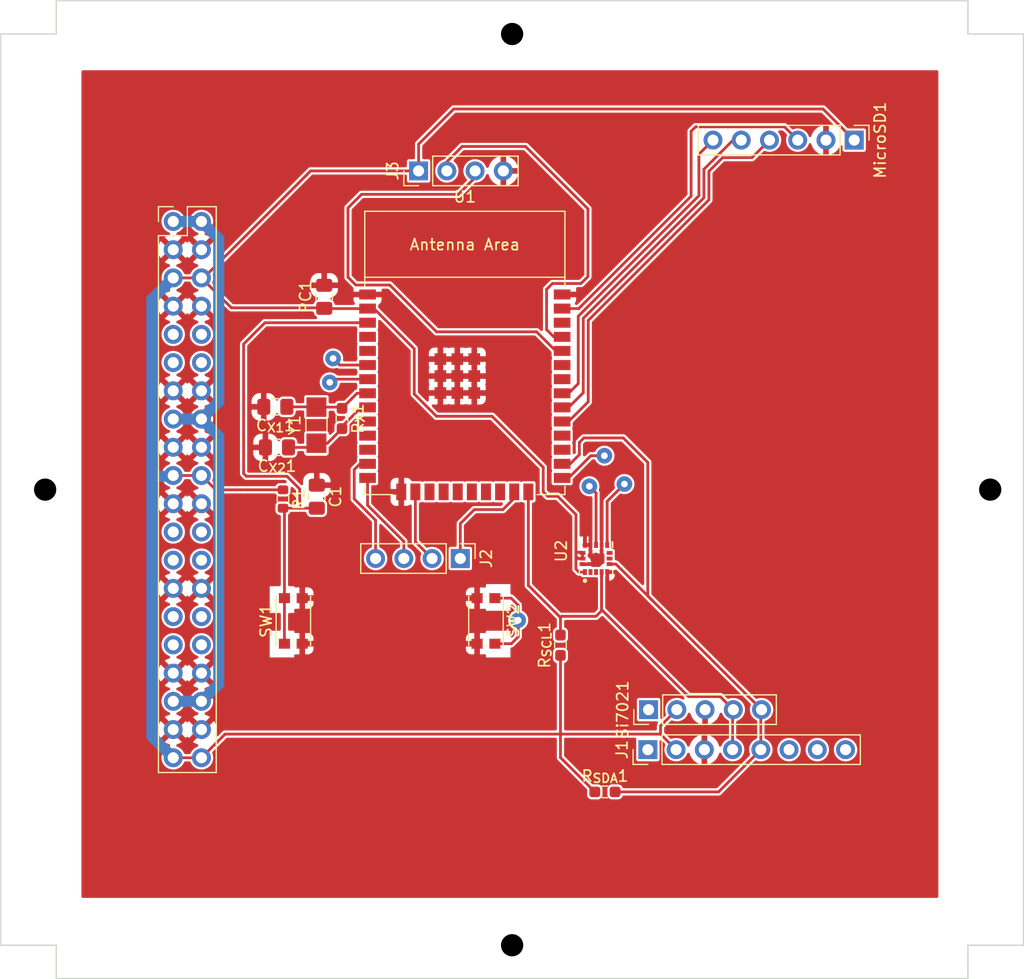
<source format=kicad_pcb>
(kicad_pcb (version 20211014) (generator pcbnew)
  (layers (0 "F.Cu" signal) (31 "B.Cu" signal) (34 "B.Paste" user) (35 "F.Paste" user) (36 "B.SilkS" user "B.Silkscreen") (37 "F.SilkS" user "F.Silkscreen") (38 "B.Mask" user) (39 "F.Mask" user) (44 "Edge.Cuts" user))
  (net 0 "")
  (net 1 "GND")
  (net 2 "Net-(C1-Pad2)")
  (net 3 "/GY-91/5V")
  (net 4 "+3V3")
  (net 5 "/IO2")
  (net 6 "/IO4")
  (net 7 "/GY-91/SDO")
  (net 8 "/GY-91/NCS")
  (net 9 "/GY-91/CSB")
  (net 10 "/IO15")
  (net 11 "/IO13")
  (net 12 "/IO12")
  (net 13 "/IO14")
  (net 14 "/IO1")
  (net 15 "/IO3")
  (net 16 "/Temp & Humidity Si7021/5V")
  (net 17 "/IO0")
  (net 18 "/IO27")
  (net 19 "/IO26")
  (net 20 "/IO25")
  (net 21 "/IO33")
  (net 22 "/I35")
  (net 23 "/I34")
  (net 24 "/I39")
  (net 25 "/I36")
  (net 32 "/IO16")
  (net 33 "/IO17")
  (net 34 "/IO5")
  (net 35 "/IO18")
  (net 36 "/IO19")
  (net 38 "/IO21")
  (net 39 "/IO22")
  (net 40 "/IO23")
  (net 45 "+5V")
  (net 58 "/IO32")
  (footprint "Connector_PinHeader_2.54mm:PinHeader_1x06_P2.54mm_Vertical" (layer "F.Cu") (at 178.97 49.35 -90)
    (fp_text reference "MicroSD1" (at 0 -2.33 -270) (layer "F.SilkS"))
    (fp_text value "Conn_01x06")
    (fp_line (start -1.33 1.27) (end -1.33 14.03) (layer "F.SilkS") (width 0.12))
    (fp_line (start -1.33 14.03) (end 1.33 14.03) (layer "F.SilkS") (width 0.12))
    (fp_line (start 1.33 1.27) (end 1.33 14.03) (layer "F.SilkS") (width 0.12))
    (fp_line (start -1.33 1.27) (end 1.33 1.27) (layer "F.SilkS") (width 0.12))
    (fp_line (start -1.33 0) (end -1.33 -1.33) (layer "F.SilkS") (width 0.12))
    (fp_line (start -1.33 -1.33) (end 0 -1.33) (layer "F.SilkS") (width 0.12))
    (pad "1" thru_hole rect (at 0 0 270) (size 1.7 1.7) (drill 1) (layers *.Cu *.Mask) (net 4 "+3V3"))
    (pad "2" thru_hole oval (at 0 2.54 270) (size 1.7 1.7) (drill 1) (layers *.Cu *.Mask) (net 1 "GND"))
    (pad "3" thru_hole oval (at 0 5.08 270) (size 1.7 1.7) (drill 1) (layers *.Cu *.Mask) (net 40 "/IO23"))
    (pad "4" thru_hole oval (at 0 7.62 270) (size 1.7 1.7) (drill 1) (layers *.Cu *.Mask) (net 34 "/IO5"))
    (pad "5" thru_hole oval (at 0 10.16 270) (size 1.7 1.7) (drill 1) (layers *.Cu *.Mask) (net 35 "/IO18"))
    (pad "6" thru_hole oval (at 0 12.7 270) (size 1.7 1.7) (drill 1) (layers *.Cu *.Mask) (net 36 "/IO19"))
  )
  (footprint "Capacitor_SMD:C_0805_2012Metric_Pad1.18x1.45mm_HandSolder" (layer "F.Cu") (at 127.05 77 180)
    (fp_text reference "C_{X2}1" (at 0 -1.68) (layer "F.SilkS"))
    (fp_text value "25pF")
    (fp_line (start -0.261252 0.735) (end 0.261252 0.735) (layer "F.SilkS") (width 0.12))
    (fp_line (start -0.261252 -0.735) (end 0.261252 -0.735) (layer "F.SilkS") (width 0.12))
    (pad "1" smd roundrect (at -1.0375 0 180) (size 1.175 1.45) (layers "F.Cu" "F.Paste" "F.Mask") (roundrect_rratio 0.2127659574) (net 21 "/IO33"))
    (pad "2" smd roundrect (at 1.0375 0 180) (size 1.175 1.45) (layers "F.Cu" "F.Paste" "F.Mask") (roundrect_rratio 0.2127659574) (net 1 "GND"))
  )
  (footprint "Button_Switch_SMD:SW_Push_1P1T_NO_CK_KMR2" (layer "F.Cu") (at 145.85 92.615 -90)
    (fp_text reference "SW2" (at 0 -2.45 -90) (layer "F.SilkS"))
    (fp_text value "SW_Push")
    (fp_line (start -2.2 0.05) (end -2.2 -0.05) (layer "F.SilkS") (width 0.12))
    (fp_line (start -2.2 1.55) (end 2.2 1.55) (layer "F.SilkS") (width 0.12))
    (fp_line (start 2.2 -1.55) (end -2.2 -1.55) (layer "F.SilkS") (width 0.12))
    (fp_line (start 2.2 0.05) (end 2.2 -0.05) (layer "F.SilkS") (width 0.12))
    (pad "1" smd rect (at 2.05 -0.8 270) (size 0.9 1) (layers "F.Cu" "F.Paste" "F.Mask") (net 17 "/IO0"))
    (pad "1" smd rect (at -2.05 -0.8 270) (size 0.9 1) (layers "F.Cu" "F.Paste" "F.Mask") (net 17 "/IO0"))
    (pad "2" smd rect (at 2.05 0.8 270) (size 0.9 1) (layers "F.Cu" "F.Paste" "F.Mask") (net 1 "GND"))
    (pad "2" smd rect (at -2.05 0.8 270) (size 0.9 1) (layers "F.Cu" "F.Paste" "F.Mask") (net 1 "GND"))
  )
  (footprint "Connector_PinHeader_2.54mm:PinHeader_1x04_P2.54mm_Vertical" (layer "F.Cu") (at 143.54 87 -90)
    (fp_text reference "J2" (at 0 -2.33 90) (layer "F.SilkS"))
    (fp_text value "JTAG")
    (fp_line (start 1.33 1.27) (end 1.33 8.95) (layer "F.SilkS") (width 0.12))
    (fp_line (start -1.33 1.27) (end -1.33 8.95) (layer "F.SilkS") (width 0.12))
    (fp_line (start -1.33 8.95) (end 1.33 8.95) (layer "F.SilkS") (width 0.12))
    (fp_line (start -1.33 -1.33) (end 0 -1.33) (layer "F.SilkS") (width 0.12))
    (fp_line (start -1.33 0) (end -1.33 -1.33) (layer "F.SilkS") (width 0.12))
    (fp_line (start -1.33 1.27) (end 1.33 1.27) (layer "F.SilkS") (width 0.12))
    (pad "1" thru_hole rect (at 0 0 270) (size 1.7 1.7) (drill 1) (layers *.Cu *.Mask) (net 10 "/IO15"))
    (pad "2" thru_hole oval (at 0 2.54 270) (size 1.7 1.7) (drill 1) (layers *.Cu *.Mask) (net 11 "/IO13"))
    (pad "3" thru_hole oval (at 0 5.08 270) (size 1.7 1.7) (drill 1) (layers *.Cu *.Mask) (net 12 "/IO12"))
    (pad "4" thru_hole oval (at 0 7.62 270) (size 1.7 1.7) (drill 1) (layers *.Cu *.Mask) (net 13 "/IO14"))
  )
  (footprint "Resistor_SMD:R_0603_1608Metric" (layer "F.Cu") (at 127.5925 81.645 -90)
    (fp_text reference "R1" (at 0 -1.43 90) (layer "F.SilkS"))
    (fp_text value "10K")
    (fp_line (start -0.237258 -0.5225) (end 0.237258 -0.5225) (layer "F.SilkS") (width 0.12))
    (fp_line (start -0.237258 0.5225) (end 0.237258 0.5225) (layer "F.SilkS") (width 0.12))
    (pad "1" smd roundrect (at -0.825 0 270) (size 0.8 0.95) (layers "F.Cu" "F.Paste" "F.Mask") (net 4 "+3V3"))
    (pad "2" smd roundrect (at 0.825 0 270) (size 0.8 0.95) (layers "F.Cu" "F.Paste" "F.Mask") (net 2 "Net-(C1-Pad2)"))
  )
  (footprint "Espressif:ESP32-WROOM-32E" (layer "F.Cu") (at 143.95 70.25)
    (fp_text reference "U1" (at 0 -15.8) (layer "F.SilkS"))
    (fp_text value "ESP32-WROOM-E")
    (fp_text user "Antenna Area" (at 0 -11.5) (layer "F.SilkS"))
    (fp_line (start 9 10.25) (end 9 11) (layer "F.SilkS") (width 0.12))
    (fp_line (start 9 11) (end 8.25 11) (layer "F.SilkS") (width 0.12))
    (fp_line (start -9 10.25) (end -9 11) (layer "F.SilkS") (width 0.12))
    (fp_line (start 9 -14.5) (end 9 -7.75) (layer "F.SilkS") (width 0.12))
    (fp_line (start 9 -8.56) (end -9 -8.56) (layer "F.SilkS") (width 0.12))
    (fp_line (start 8.25 11) (end 6.5 11) (layer "F.SilkS") (width 0.12))
    (fp_line (start -9 -14.5) (end 9 -14.5) (layer "F.SilkS") (width 0.12))
    (fp_line (start -9 -14.5) (end -9 -7.75) (layer "F.SilkS") (width 0.12))
    (fp_line (start -8.25 11) (end -6.5 11) (layer "F.SilkS") (width 0.12))
    (fp_line (start -9 11) (end -8.25 11) (layer "F.SilkS") (width 0.12))
    (pad "1" smd rect locked (at -8.75 -7.01) (size 1.5 0.9) (layers "F.Cu" "F.Paste" "F.Mask") (net 1 "GND"))
    (pad "2" smd rect locked (at -8.75 -5.74) (size 1.5 0.9) (layers "F.Cu" "F.Paste" "F.Mask") (net 4 "+3V3"))
    (pad "3" smd rect locked (at -8.75 -4.47) (size 1.5 0.9) (layers "F.Cu" "F.Paste" "F.Mask") (net 2 "Net-(C1-Pad2)"))
    (pad "4" smd rect locked (at -8.75 -3.2) (size 1.5 0.9) (layers "F.Cu" "F.Paste" "F.Mask") (net 25 "/I36"))
    (pad "5" smd rect locked (at -8.75 -1.93) (size 1.5 0.9) (layers "F.Cu" "F.Paste" "F.Mask") (net 24 "/I39"))
    (pad "6" smd rect locked (at -8.75 -0.66) (size 1.5 0.9) (layers "F.Cu" "F.Paste" "F.Mask") (net 23 "/I34"))
    (pad "7" smd rect locked (at -8.75 0.61) (size 1.5 0.9) (layers "F.Cu" "F.Paste" "F.Mask") (net 22 "/I35"))
    (pad "8" smd rect locked (at -8.75 1.88) (size 1.5 0.9) (layers "F.Cu" "F.Paste" "F.Mask") (net 58 "/IO32"))
    (pad "9" smd rect locked (at -8.75 3.15) (size 1.5 0.9) (layers "F.Cu" "F.Paste" "F.Mask") (net 21 "/IO33"))
    (pad "10" smd rect locked (at -8.75 4.42) (size 1.5 0.9) (layers "F.Cu" "F.Paste" "F.Mask") (net 20 "/IO25"))
    (pad "11" smd rect locked (at -8.75 5.69) (size 1.5 0.9) (layers "F.Cu" "F.Paste" "F.Mask") (net 19 "/IO26"))
    (pad "12" smd rect locked (at -8.75 6.96) (size 1.5 0.9) (layers "F.Cu" "F.Paste" "F.Mask") (net 18 "/IO27"))
    (pad "13" smd rect locked (at -8.75 8.23) (size 1.5 0.9) (layers "F.Cu" "F.Paste" "F.Mask") (net 13 "/IO14"))
    (pad "14" smd rect locked (at -8.75 9.5) (size 1.5 0.9) (layers "F.Cu" "F.Paste" "F.Mask") (net 12 "/IO12"))
    (pad "15" smd rect locked (at -5.72 10.75 90) (size 1.5 0.9) (layers "F.Cu" "F.Paste" "F.Mask") (net 1 "GND"))
    (pad "16" smd rect locked (at -4.45 10.75 90) (size 1.5 0.9) (layers "F.Cu" "F.Paste" "F.Mask") (net 11 "/IO13"))
    (pad "17" smd rect locked (at -3.18 10.75 90) (size 1.5 0.9) (layers "F.Cu" "F.Paste" "F.Mask"))
    (pad "18" smd rect locked (at -1.91 10.75 90) (size 1.5 0.9) (layers "F.Cu" "F.Paste" "F.Mask"))
    (pad "19" smd rect locked (at -0.64 10.75 90) (size 1.5 0.9) (layers "F.Cu" "F.Paste" "F.Mask"))
    (pad "20" smd rect locked (at 0.63 10.75 90) (size 1.5 0.9) (layers "F.Cu" "F.Paste" "F.Mask"))
    (pad "21" smd rect locked (at 1.9 10.75 90) (size 1.5 0.9) (layers "F.Cu" "F.Paste" "F.Mask"))
    (pad "22" smd rect locked (at 3.17 10.75 90) (size 1.5 0.9) (layers "F.Cu" "F.Paste" "F.Mask"))
    (pad "23" smd rect locked (at 4.44 10.75 90) (size 1.5 0.9) (layers "F.Cu" "F.Paste" "F.Mask") (net 10 "/IO15"))
    (pad "24" smd rect locked (at 5.71 10.75 90) (size 1.5 0.9) (layers "F.Cu" "F.Paste" "F.Mask") (net 5 "/IO2"))
    (pad "25" smd rect locked (at 8.75 9.5 180) (size 1.5 0.9) (layers "F.Cu" "F.Paste" "F.Mask") (net 17 "/IO0"))
    (pad "26" smd rect locked (at 8.75 8.23 180) (size 1.5 0.9) (layers "F.Cu" "F.Paste" "F.Mask") (net 6 "/IO4"))
    (pad "27" smd rect locked (at 8.75 6.96 180) (size 1.5 0.9) (layers "F.Cu" "F.Paste" "F.Mask") (net 32 "/IO16"))
    (pad "28" smd rect locked (at 8.75 5.69 180) (size 1.5 0.9) (layers "F.Cu" "F.Paste" "F.Mask") (net 33 "/IO17"))
    (pad "29" smd rect locked (at 8.75 4.42 180) (size 1.5 0.9) (layers "F.Cu" "F.Paste" "F.Mask") (net 34 "/IO5"))
    (pad "30" smd rect locked (at 8.75 3.15 180) (size 1.5 0.9) (layers "F.Cu" "F.Paste" "F.Mask") (net 35 "/IO18"))
    (pad "31" smd rect locked (at 8.75 1.88 180) (size 1.5 0.9) (layers "F.Cu" "F.Paste" "F.Mask") (net 36 "/IO19"))
    (pad "32" smd rect locked (at 8.75 0.61 180) (size 1.5 0.9) (layers "F.Cu" "F.Paste" "F.Mask"))
    (pad "33" smd rect locked (at 8.75 -0.66 180) (size 1.5 0.9) (layers "F.Cu" "F.Paste" "F.Mask") (net 38 "/IO21"))
    (pad "34" smd rect locked (at 8.75 -1.93 180) (size 1.5 0.9) (layers "F.Cu" "F.Paste" "F.Mask") (net 15 "/IO3"))
    (pad "35" smd rect locked (at 8.75 -3.2 180) (size 1.5 0.9) (layers "F.Cu" "F.Paste" "F.Mask") (net 14 "/IO1"))
    (pad "36" smd rect locked (at 8.75 -4.47 180) (size 1.5 0.9) (layers "F.Cu" "F.Paste" "F.Mask") (net 39 "/IO22"))
    (pad "37" smd rect locked (at 8.75 -5.74 180) (size 1.5 0.9) (layers "F.Cu" "F.Paste" "F.Mask") (net 40 "/IO23"))
    (pad "38" smd rect locked (at 8.75 -7.01 180) (size 1.5 0.9) (layers "F.Cu" "F.Paste" "F.Mask") (net 1 "GND"))
    (pad "39" smd rect locked (at -0.68 0.33 180) (size 1.05 1.05) (layers "F.Cu" "F.Paste" "F.Mask") (net 1 "GND"))
    (pad "39" smd rect locked (at -0.68 1.855 180) (size 1.05 1.05) (layers "F.Cu" "F.Paste" "F.Mask") (net 1 "GND"))
    (pad "39" smd rect locked (at -2.205 -1.195 180) (size 1.05 1.05) (layers "F.Cu" "F.Paste" "F.Mask") (net 1 "GND"))
    (pad "39" smd rect locked (at -2.205 0.33 180) (size 1.05 1.05) (layers "F.Cu" "F.Paste" "F.Mask") (net 1 "GND"))
    (pad "39" smd rect locked (at 0.845 -1.195 180) (size 1.05 1.05) (layers "F.Cu" "F.Paste" "F.Mask") (net 1 "GND"))
    (pad "39" smd rect locked (at -0.68 -1.195 180) (size 1.05 1.05) (layers "F.Cu" "F.Paste" "F.Mask") (net 1 "GND"))
    (pad "39" smd rect locked (at -2.205 1.855 180) (size 1.05 1.05) (layers "F.Cu" "F.Paste" "F.Mask") (net 1 "GND"))
    (pad "39" smd rect locked (at 0.845 1.855 180) (size 1.05 1.05) (layers "F.Cu" "F.Paste" "F.Mask") (net 1 "GND"))
    (pad "39" smd rect locked (at 0.845 0.33 180) (size 1.05 1.05) (layers "F.Cu" "F.Paste" "F.Mask") (net 1 "GND"))
  )
  (footprint "IMU:Rocket_Layout" (layer "F.Cu") (at 148.2 80.8)
    (fp_text reference "Board1" hide)
    (fp_text value "Rocket_Board")
    (fp_line (start -31.81 -24.13) (end -31.81 -25.46) (layer "F.SilkS") (width 0.12))
    (fp_line (start -31.81 25.46) (end -26.61 25.46) (layer "F.SilkS") (width 0.12))
    (fp_line (start -26.61 -25.46) (end -26.61 25.46) (layer "F.SilkS") (width 0.12))
    (fp_line (start -31.81 -22.86) (end -31.81 25.46) (layer "F.SilkS") (width 0.12))
    (fp_line (start -29.21 -22.86) (end -29.21 -25.46) (layer "F.SilkS") (width 0.12))
    (fp_line (start -29.21 -25.46) (end -26.61 -25.46) (layer "F.SilkS") (width 0.12))
    (fp_line (start -31.81 -22.86) (end -29.21 -22.86) (layer "F.SilkS") (width 0.12))
    (fp_line (start -31.81 -25.46) (end -30.48 -25.46) (layer "F.SilkS") (width 0.12))
    (fp_line (start 46 41) (end 46 -41) (layer "Edge.Cuts") (width 0.12))
    (fp_line (start 41 41) (end 46 41) (layer "Edge.Cuts") (width 0.12))
    (fp_line (start 41 44) (end 41 41) (layer "Edge.Cuts") (width 0.12))
    (fp_line (start -41 41) (end -41 44) (layer "Edge.Cuts") (width 0.12))
    (fp_line (start -41 -44) (end -41 -41) (layer "Edge.Cuts") (width 0.12))
    (fp_line (start 46 -41) (end 41 -41) (layer "Edge.Cuts") (width 0.12))
    (fp_line (start -41 44) (end 41 44) (layer "Edge.Cuts") (width 0.12))
    (fp_line (start 41 -44) (end -41 -44) (layer "Edge.Cuts") (width 0.12))
    (fp_line (start -46 41) (end -41 41) (layer "Edge.Cuts") (width 0.12))
    (fp_line (start 41 -41) (end 41 -44) (layer "Edge.Cuts") (width 0.12))
    (fp_line (start -46 -41) (end -46 41) (layer "Edge.Cuts") (width 0.12))
    (fp_line (start -41 -41) (end -46 -41) (layer "Edge.Cuts") (width 0.12))
    (pad "" np_thru_hole circle (at -42 0) (size 2 2) (drill 3.2) (layers *.Mask))
    (pad "" np_thru_hole circle (at 43 0) (size 2 2) (drill 3.2) (layers *.Mask))
    (pad "" np_thru_hole circle (at 0 41) (size 2 2) (drill 3.2) (layers *.Mask))
    (pad "" np_thru_hole circle (at 0 -41) (size 2 2) (drill 3.2) (layers *.Mask))
    (pad "1" thru_hole circle (at -30.48 -24.13) (size 1.7 1.7) (drill 1) (layers *.Cu *.Mask) (net 45 "+5V"))
    (pad "2" thru_hole circle (at -30.48 -21.59) (size 1.7 1.7) (drill 1) (layers *.Cu *.Mask) (net 1 "GND"))
    (pad "3" thru_hole circle (at -30.48 -19.05) (size 1.7 1.7) (drill 1) (layers *.Cu *.Mask) (net 4 "+3V3"))
    (pad "4" thru_hole circle (at -30.48 -16.51) (size 1.7 1.7) (drill 1) (layers *.Cu *.Mask) (net 1 "GND"))
    (pad "5" thru_hole circle (at -30.48 -13.97) (size 1.7 1.7) (drill 1) (layers *.Cu *.Mask))
    (pad "6" thru_hole circle (at -30.48 -11.43) (size 1.7 1.7) (drill 1) (layers *.Cu *.Mask))
    (pad "7" thru_hole circle (at -30.48 -8.89) (size 1.7 1.7) (drill 1) (layers *.Cu *.Mask) (net 1 "GND"))
    (pad "8" thru_hole circle (at -30.48 -6.35) (size 1.7 1.7) (drill 1) (layers *.Cu *.Mask) (net 45 "+5V"))
    (pad "9" thru_hole circle (at -30.48 -3.81) (size 1.7 1.7) (drill 1) (layers *.Cu *.Mask) (net 1 "GND"))
    (pad "10" thru_hole circle (at -30.48 -1.27) (size 1.7 1.7) (drill 1) (layers *.Cu *.Mask) (net 4 "+3V3"))
    (pad "11" thru_hole circle (at -30.48 1.27) (size 1.7 1.7) (drill 1) (layers *.Cu *.Mask) (net 1 "GND"))
    (pad "12" thru_hole circle (at -30.48 3.81) (size 1.7 1.7) (drill 1) (layers *.Cu *.Mask))
    (pad "13" thru_hole circle (at -30.48 6.35) (size 1.7 1.7) (drill 1) (layers *.Cu *.Mask))
    (pad "14" thru_hole circle (at -30.48 8.89) (size 1.7 1.7) (drill 1) (layers *.Cu *.Mask) (net 1 "GND"))
    (pad "15" thru_hole circle (at -30.48 11.43) (size 1.7 1.7) (drill 1) (layers *.Cu *.Mask))
    (pad "16" thru_hole circle (at -30.48 13.97) (size 1.7 1.7) (drill 1) (layers *.Cu *.Mask))
    (pad "17" thru_hole circle (at -30.48 16.51) (size 1.7 1.7) (drill 1) (layers *.Cu *.Mask) (net 1 "GND"))
    (pad "18" thru_hole circle (at -30.48 19.05) (size 1.7 1.7) (drill 1) (layers *.Cu *.Mask) (net 45 "+5V"))
    (pad "19" thru_hole circle (at -30.48 21.59) (size 1.7 1.7) (drill 1) (layers *.Cu *.Mask) (net 1 "GND"))
    (pad "20" thru_hole circle (at -30.48 24.13) (size 1.7 1.7) (drill 1) (layers *.Cu *.Mask) (net 4 "+3V3"))
    (pad "21" thru_hole circle (at -27.94 24.13) (size 1.7 1.7) (drill 1) (layers *.Cu *.Mask) (net 4 "+3V3"))
    (pad "22" thru_hole circle (at -27.94 21.59) (size 1.7 1.7) (drill 1) (layers *.Cu *.Mask) (net 1 "GND"))
    (pad "23" thru_hole circle (at -27.94 19.05) (size 1.7 1.7) (drill 1) (layers *.Cu *.Mask) (net 45 "+5V"))
    (pad "24" thru_hole circle (at -27.94 16.51) (size 1.7 1.7) (drill 1) (layers *.Cu *.Mask) (net 1 "GND"))
    (pad "25" thru_hole circle (at -27.94 13.97) (size 1.7 1.7) (drill 1) (layers *.Cu *.Mask))
    (pad "26" thru_hole circle (at -27.94 11.43) (size 1.7 1.7) (drill 1) (layers *.Cu *.Mask))
    (pad "27" thru_hole circle (at -27.94 8.89) (size 1.7 1.7) (drill 1) (layers *.Cu *.Mask) (net 1 "GND"))
    (pad "28" thru_hole circle (at -27.94 6.35) (size 1.7 1.7) (drill 1) (layers *.Cu *.Mask))
    (pad "29" thru_hole circle (at -27.94 3.81) (size 1.7 1.7) (drill 1) (layers *.Cu *.Mask))
    (pad "30" thru_hole circle (at -27.94 1.27) (size 1.7 1.7) (drill 1) (layers *.Cu *.Mask) (net 1 "GND"))
    (pad "31" thru_hole circle (at -27.94 -1.27) (size 1.7 1.7) (drill 1) (layers *.Cu *.Mask) (net 4 "+3V3"))
    (pad "32" thru_hole circle (at -27.94 -3.81) (size 1.7 1.7) (drill 1) (layers *.Cu *.Mask) (net 1 "GND"))
    (pad "33" thru_hole circle (at -27.94 -6.35) (size 1.7 1.7) (drill 1) (layers *.Cu *.Mask) (net 45 "+5V"))
    (pad "34" thru_hole circle (at -27.94 -8.89) (size 1.7 1.7) (drill 1) (layers *.Cu *.Mask) (net 1 "GND"))
    (pad "35" thru_hole circle (at -27.94 -11.43) (size 1.7 1.7) (drill 1) (layers *.Cu *.Mask))
    (pad "36" thru_hole circle (at -27.94 -13.97) (size 1.7 1.7) (drill 1) (layers *.Cu *.Mask))
    (pad "37" thru_hole circle (at -27.94 -16.51) (size 1.7 1.7) (drill 1) (layers *.Cu *.Mask) (net 1 "GND"))
    (pad "38" thru_hole circle (at -27.94 -19.05) (size 1.7 1.7) (drill 1) (layers *.Cu *.Mask) (net 4 "+3V3"))
    (pad "39" thru_hole circle (at -27.94 -21.59) (size 1.7 1.7) (drill 1) (layers *.Cu *.Mask) (net 1 "GND"))
    (pad "40" thru_hole circle (at -27.94 -24.13) (size 1.7 1.7) (drill 1) (layers *.Cu *.Mask) (net 45 "+5V"))
  )
  (footprint "Resistor_SMD:R_0603_1608Metric_Pad0.98x0.95mm_HandSolder" (layer "F.Cu") (at 132.9 74.4 -90)
    (fp_text reference "R_{X}1" (at 0 -1.43 90) (layer "F.SilkS"))
    (fp_text value "7.5M")
    (fp_line (start -0.254724 -0.5225) (end 0.254724 -0.5225) (layer "F.SilkS") (width 0.12))
    (fp_line (start -0.254724 0.5225) (end 0.254724 0.5225) (layer "F.SilkS") (width 0.12))
    (pad "1" smd roundrect (at -0.9125 0 270) (size 0.975 0.95) (layers "F.Cu" "F.Paste" "F.Mask") (net 58 "/IO32"))
    (pad "2" smd roundrect (at 0.9125 0 270) (size 0.975 0.95) (layers "F.Cu" "F.Paste" "F.Mask") (net 21 "/IO33"))
  )
  (footprint "Button_Switch_SMD:SW_Push_1P1T_NO_CK_KMR2" (layer "F.Cu") (at 128.5225 92.613095 90)
    (fp_text reference "SW1" (at 0 -2.45 90) (layer "F.SilkS"))
    (fp_text value "SW_Push")
    (fp_line (start -2.2 1.55) (end 2.2 1.55) (layer "F.SilkS") (width 0.12))
    (fp_line (start 2.2 -1.55) (end -2.2 -1.55) (layer "F.SilkS") (width 0.12))
    (fp_line (start 2.2 0.05) (end 2.2 -0.05) (layer "F.SilkS") (width 0.12))
    (fp_line (start -2.2 0.05) (end -2.2 -0.05) (layer "F.SilkS") (width 0.12))
    (pad "1" smd rect (at -2.05 -0.8 90) (size 0.9 1) (layers "F.Cu" "F.Paste" "F.Mask") (net 2 "Net-(C1-Pad2)"))
    (pad "1" smd rect (at 2.05 -0.8 90) (size 0.9 1) (layers "F.Cu" "F.Paste" "F.Mask") (net 2 "Net-(C1-Pad2)"))
    (pad "2" smd rect (at 2.05 0.8 90) (size 0.9 1) (layers "F.Cu" "F.Paste" "F.Mask") (net 1 "GND"))
    (pad "2" smd rect (at -2.05 0.8 90) (size 0.9 1) (layers "F.Cu" "F.Paste" "F.Mask") (net 1 "GND"))
  )
  (footprint "Connector_PinHeader_2.54mm:PinHeader_1x08_P2.54mm_Vertical" (layer "F.Cu") (at 160.41 104.2 90)
    (fp_text reference "J1" (at 0 -2.33 90) (layer "F.SilkS"))
    (fp_text value "GY-91")
    (fp_line (start -1.33 19.11) (end 1.33 19.11) (layer "F.SilkS") (width 0.12))
    (fp_line (start -1.33 1.27) (end 1.33 1.27) (layer "F.SilkS") (width 0.12))
    (fp_line (start -1.33 -1.33) (end 0 -1.33) (layer "F.SilkS") (width 0.12))
    (fp_line (start 1.33 1.27) (end 1.33 19.11) (layer "F.SilkS") (width 0.12))
    (fp_line (start -1.33 0) (end -1.33 -1.33) (layer "F.SilkS") (width 0.12))
    (fp_line (start -1.33 1.27) (end -1.33 19.11) (layer "F.SilkS") (width 0.12))
    (pad "1" thru_hole rect (at 0 0 90) (size 1.7 1.7) (drill 1) (layers *.Cu *.Mask) (net 3 "/GY-91/5V"))
    (pad "2" thru_hole oval (at 0 2.54 90) (size 1.7 1.7) (drill 1) (layers *.Cu *.Mask) (net 4 "+3V3"))
    (pad "3" thru_hole oval (at 0 5.08 90) (size 1.7 1.7) (drill 1) (layers *.Cu *.Mask) (net 1 "GND"))
    (pad "4" thru_hole oval (at 0 7.62 90) (size 1.7 1.7) (drill 1) (layers *.Cu *.Mask) (net 5 "/IO2"))
    (pad "5" thru_hole oval (at 0 10.16 90) (size 1.7 1.7) (drill 1) (layers *.Cu *.Mask) (net 6 "/IO4"))
    (pad "6" thru_hole oval (at 0 12.7 90) (size 1.7 1.7) (drill 1) (layers *.Cu *.Mask) (net 7 "/GY-91/SDO"))
    (pad "7" thru_hole oval (at 0 15.24 90) (size 1.7 1.7) (drill 1) (layers *.Cu *.Mask) (net 8 "/GY-91/NCS"))
    (pad "8" thru_hole oval (at 0 17.78 90) (size 1.7 1.7) (drill 1) (layers *.Cu *.Mask) (net 9 "/GY-91/CSB"))
  )
  (footprint "Capacitor_SMD:C_0805_2012Metric_Pad1.18x1.45mm_HandSolder" (layer "F.Cu") (at 130.6325 81.435 -90)
    (fp_text reference "C1" (at 0 -1.68 90) (layer "F.SilkS"))
    (fp_text value "1uF")
    (fp_line (start -0.261252 0.735) (end 0.261252 0.735) (layer "F.SilkS") (width 0.12))
    (fp_line (start -0.261252 -0.735) (end 0.261252 -0.735) (layer "F.SilkS") (width 0.12))
    (pad "1" smd roundrect (at -1.0375 0 270) (size 1.175 1.45) (layers "F.Cu" "F.Paste" "F.Mask") (roundrect_rratio 0.2127659574) (net 1 "GND"))
    (pad "2" smd roundrect (at 1.0375 0 270) (size 1.175 1.45) (layers "F.Cu" "F.Paste" "F.Mask") (roundrect_rratio 0.2127659574) (net 2 "Net-(C1-Pad2)"))
  )
  (footprint "Resistor_SMD:R_0603_1608Metric_Pad0.98x0.95mm_HandSolder" (layer "F.Cu") (at 152.55 94.8 90)
    (fp_text reference "R_{SCL}1" (at 0 -1.43 90) (layer "F.SilkS"))
    (fp_text value "4,7K")
    (fp_line (start -0.254724 -0.5225) (end 0.254724 -0.5225) (layer "F.SilkS") (width 0.12))
    (fp_line (start -0.254724 0.5225) (end 0.254724 0.5225) (layer "F.SilkS") (width 0.12))
    (pad "1" smd roundrect (at -0.9125 0 90) (size 0.975 0.95) (layers "F.Cu" "F.Paste" "F.Mask") (net 4 "+3V3"))
    (pad "2" smd roundrect (at 0.9125 0 90) (size 0.975 0.95) (layers "F.Cu" "F.Paste" "F.Mask") (net 5 "/IO2"))
  )
  (footprint "Capacitor_SMD:C_0805_2012Metric_Pad1.18x1.45mm_HandSolder" (layer "F.Cu") (at 131.3 63.45 90)
    (fp_text reference "PC1" (at 0 -1.68 90) (layer "F.SilkS"))
    (fp_text value "22uF")
    (fp_line (start -0.261252 0.735) (end 0.261252 0.735) (layer "F.SilkS") (width 0.12))
    (fp_line (start -0.261252 -0.735) (end 0.261252 -0.735) (layer "F.SilkS") (width 0.12))
    (pad "1" smd roundrect (at -1.0375 0 90) (size 1.175 1.45) (layers "F.Cu" "F.Paste" "F.Mask") (roundrect_rratio 0.2127659574) (net 4 "+3V3"))
    (pad "2" smd roundrect (at 1.0375 0 90) (size 1.175 1.45) (layers "F.Cu" "F.Paste" "F.Mask") (roundrect_rratio 0.2127659574) (net 1 "GND"))
  )
  (footprint "Connector_PinHeader_2.54mm:PinHeader_1x04_P2.54mm_Vertical" (layer "F.Cu") (at 139.79 52.12 90)
    (fp_text reference "J3" (at 0 -2.33 90) (layer "F.SilkS"))
    (fp_text value "UART")
    (fp_line (start -1.33 -1.33) (end 0 -1.33) (layer "F.SilkS") (width 0.12))
    (fp_line (start 1.33 1.27) (end 1.33 8.95) (layer "F.SilkS") (width 0.12))
    (fp_line (start -1.33 0) (end -1.33 -1.33) (layer "F.SilkS") (width 0.12))
    (fp_line (start -1.33 8.95) (end 1.33 8.95) (layer "F.SilkS") (width 0.12))
    (fp_line (start -1.33 1.27) (end -1.33 8.95) (layer "F.SilkS") (width 0.12))
    (fp_line (start -1.33 1.27) (end 1.33 1.27) (layer "F.SilkS") (width 0.12))
    (pad "1" thru_hole rect (at 0 0 90) (size 1.7 1.7) (drill 1) (layers *.Cu *.Mask) (net 4 "+3V3"))
    (pad "2" thru_hole oval (at 0 2.54 90) (size 1.7 1.7) (drill 1) (layers *.Cu *.Mask) (net 14 "/IO1"))
    (pad "3" thru_hole oval (at 0 5.08 90) (size 1.7 1.7) (drill 1) (layers *.Cu *.Mask) (net 15 "/IO3"))
    (pad "4" thru_hole oval (at 0 7.62 90) (size 1.7 1.7) (drill 1) (layers *.Cu *.Mask) (net 1 "GND"))
  )
  (footprint "Connector_PinHeader_2.54mm:PinHeader_1x05_P2.54mm_Vertical" (layer "F.Cu") (at 160.475 100.6 90)
    (fp_text reference "Si7021" (at 0 -2.33 90) (layer "F.SilkS"))
    (fp_text value "Conn_01x05")
    (fp_line (start 1.33 1.27) (end 1.33 11.49) (layer "F.SilkS") (width 0.12))
    (fp_line (start -1.33 11.49) (end 1.33 11.49) (layer "F.SilkS") (width 0.12))
    (fp_line (start -1.33 -1.33) (end 0 -1.33) (layer "F.SilkS") (width 0.12))
    (fp_line (start -1.33 1.27) (end -1.33 11.49) (layer "F.SilkS") (width 0.12))
    (fp_line (start -1.33 0) (end -1.33 -1.33) (layer "F.SilkS") (width 0.12))
    (fp_line (start -1.33 1.27) (end 1.33 1.27) (layer "F.SilkS") (width 0.12))
    (pad "1" thru_hole rect (at 0 0 90) (size 1.7 1.7) (drill 1) (layers *.Cu *.Mask) (net 16 "/Temp & Humidity Si7021/5V"))
    (pad "2" thru_hole oval (at 0 2.54 90) (size 1.7 1.7) (drill 1) (layers *.Cu *.Mask) (net 4 "+3V3"))
    (pad "3" thru_hole oval (at 0 5.08 90) (size 1.7 1.7) (drill 1) (layers *.Cu *.Mask) (net 1 "GND"))
    (pad "4" thru_hole oval (at 0 7.62 90) (size 1.7 1.7) (drill 1) (layers *.Cu *.Mask) (net 5 "/IO2"))
    (pad "5" thru_hole oval (at 0 10.16 90) (size 1.7 1.7) (drill 1) (layers *.Cu *.Mask) (net 6 "/IO4"))
  )
  (footprint "Resistor_SMD:R_0603_1608Metric_Pad0.98x0.95mm_HandSolder" (layer "F.Cu") (at 156.55 108)
    (fp_text reference "R_{SDA}1" (at 0 -1.43) (layer "F.SilkS"))
    (fp_text value "4,7K")
    (fp_line (start -0.254724 0.5225) (end 0.254724 0.5225) (layer "F.SilkS") (width 0.12))
    (fp_line (start -0.254724 -0.5225) (end 0.254724 -0.5225) (layer "F.SilkS") (width 0.12))
    (pad "1" smd roundrect (at -0.9125 0) (size 0.975 0.95) (layers "F.Cu" "F.Paste" "F.Mask") (net 4 "+3V3"))
    (pad "2" smd roundrect (at 0.9125 0) (size 0.975 0.95) (layers "F.Cu" "F.Paste" "F.Mask") (net 6 "/IO4"))
  )
  (footprint "Crystal:Crystal_SMD_G8-2Pin_3.2x1.5mm_HandSoldering" (layer "F.Cu") (at 130.6 75 90)
    (fp_text reference "Y1" (at 0 -1.95 90) (layer "F.SilkS"))
    (fp_text value "32.768")
    (fp_line (start -0.55 0.95) (end 0.55 0.95) (layer "F.SilkS") (width 0.12))
    (fp_line (start -2.7 -0.9) (end -2.7 0.9) (layer "F.SilkS") (width 0.12))
    (fp_line (start -0.55 -0.95) (end 0.55 -0.95) (layer "F.SilkS") (width 0.12))
    (pad "1" smd rect (at -1.625 0 90) (size 1.75 1.8) (layers "F.Cu" "F.Paste" "F.Mask") (net 21 "/IO33"))
    (pad "2" smd rect (at 1.625 0 90) (size 1.75 1.8) (layers "F.Cu" "F.Paste" "F.Mask") (net 58 "/IO32"))
  )
  (footprint "Capacitor_SMD:C_0805_2012Metric_Pad1.18x1.45mm_HandSolder" (layer "F.Cu") (at 126.9 73.35 180)
    (fp_text reference "C_{X1}1" (at 0 -1.68) (layer "F.SilkS"))
    (fp_text value "25pF")
    (fp_line (start -0.261252 -0.735) (end 0.261252 -0.735) (layer "F.SilkS") (width 0.12))
    (fp_line (start -0.261252 0.735) (end 0.261252 0.735) (layer "F.SilkS") (width 0.12))
    (pad "1" smd roundrect (at -1.0375 0 180) (size 1.175 1.45) (layers "F.Cu" "F.Paste" "F.Mask") (roundrect_rratio 0.2127659574) (net 58 "/IO32"))
    (pad "2" smd roundrect (at 1.0375 0 180) (size 1.175 1.45) (layers "F.Cu" "F.Paste" "F.Mask") (roundrect_rratio 0.2127659574) (net 1 "GND"))
  )
  (footprint "IMU:PQFN50P300X300X100-16N" (layer "F.Cu") (at 155.75 87 90)
    (fp_text reference "U2" (at 0.675 -3.135 90) (layer "F.SilkS"))
    (fp_text value "H3LIS100DLTR")
    (fp_line (start -1.5 -1.5) (end -1 -1.5) (layer "F.SilkS") (width 0.127))
    (fp_line (start -1.5 1.5) (end -1 1.5) (layer "F.SilkS") (width 0.127))
    (fp_line (start 1.5 1.5) (end 1 1.5) (layer "F.SilkS") (width 0.127))
    (fp_line (start 1.5 -1.5) (end 1 -1.5) (layer "F.SilkS") (width 0.127))
    (fp_circle (center -2 -1) (end -1.9 -1) (layer "F.SilkS") (width 0.2) (fill none))
    (pad "1" smd roundrect locked (at -1.22 -1 90) (size 0.53 0.35) (layers "F.Cu" "F.Paste" "F.Mask") (roundrect_rratio 0.04) (net 4 "+3V3"))
    (pad "2" smd roundrect locked (at -1.22 -0.5 90) (size 0.53 0.35) (layers "F.Cu" "F.Paste" "F.Mask") (roundrect_rratio 0.04))
    (pad "3" smd roundrect locked (at -1.22 0 90) (size 0.53 0.35) (layers "F.Cu" "F.Paste" "F.Mask") (roundrect_rratio 0.04))
    (pad "4" smd roundrect locked (at -1.22 0.5 90) (size 0.53 0.35) (layers "F.Cu" "F.Paste" "F.Mask") (roundrect_rratio 0.04) (net 5 "/IO2"))
    (pad "5" smd roundrect locked (at -1.22 1 90) (size 0.53 0.35) (layers "F.Cu" "F.Paste" "F.Mask") (roundrect_rratio 0.04) (net 1 "GND"))
    (pad "6" smd roundrect locked (at -0.5 1.22 180) (size 0.53 0.35) (layers "F.Cu" "F.Paste" "F.Mask") (roundrect_rratio 0.04) (net 6 "/IO4"))
    (pad "7" smd roundrect locked (at 0 1.22 180) (size 0.53 0.35) (layers "F.Cu" "F.Paste" "F.Mask") (roundrect_rratio 0.04))
    (pad "8" smd roundrect locked (at 0.5 1.22 180) (size 0.53 0.35) (layers "F.Cu" "F.Paste" "F.Mask") (roundrect_rratio 0.04))
    (pad "9" smd roundrect locked (at 1.22 1 90) (size 0.53 0.35) (layers "F.Cu" "F.Paste" "F.Mask") (roundrect_rratio 0.04) (net 22 "/I35"))
    (pad "10" smd roundrect locked (at 1.22 0.5 90) (size 0.53 0.35) (layers "F.Cu" "F.Paste" "F.Mask") (roundrect_rratio 0.04) (net 1 "GND"))
    (pad "11" smd roundrect locked (at 1.22 0 90) (size 0.53 0.35) (layers "F.Cu" "F.Paste" "F.Mask") (roundrect_rratio 0.04) (net 23 "/I34"))
    (pad "12" smd roundrect locked (at 1.22 -0.5 90) (size 0.53 0.35) (layers "F.Cu" "F.Paste" "F.Mask") (roundrect_rratio 0.04) (net 1 "GND"))
    (pad "13" smd roundrect locked (at 1.22 -1 90) (size 0.53 0.35) (layers "F.Cu" "F.Paste" "F.Mask") (roundrect_rratio 0.04) (net 1 "GND"))
    (pad "14" smd roundrect locked (at 0.5 -1.22 180) (size 0.53 0.35) (layers "F.Cu" "F.Paste" "F.Mask") (roundrect_rratio 0.04) (net 4 "+3V3"))
    (pad "15" smd roundrect locked (at 0 -1.22 180) (size 0.53 0.35) (layers "F.Cu" "F.Paste" "F.Mask") (roundrect_rratio 0.04) (net 4 "+3V3"))
    (pad "16" smd roundrect locked (at -0.5 -1.22 180) (size 0.53 0.35) (layers "F.Cu" "F.Paste" "F.Mask") (roundrect_rratio 0.04) (net 1 "GND"))
  )
  (segment (start 127.7225 82.6) (end 127.7225 90.563095) (width 0.25) (layer "F.Cu") (net 2))
  (segment (start 127.7225 90.563095) (end 127.7225 94.663095) (width 0.25) (layer "F.Cu") (net 2))
  (segment (start 127.5925 82.47) (end 129.0975 82.47) (width 0.25) (layer "F.Cu") (net 2))
  (segment (start 127.5925 82.47) (end 127.7225 82.6) (width 0.25) (layer "F.Cu") (net 2))
  (segment (start 124.3 79.6) (end 124.05 79.35) (width 0.25) (layer "F.Cu") (net 2))
  (segment (start 130.63 82.47) (end 130.6325 82.4725) (width 0.25) (layer "F.Cu") (net 2))
  (segment (start 129.0975 80.7475) (end 127.95 79.6) (width 0.25) (layer "F.Cu") (net 2))
  (segment (start 129.0975 82.47) (end 130.63 82.47) (width 0.25) (layer "F.Cu") (net 2))
  (segment (start 124.05 67.7) (end 125.97 65.78) (width 0.25) (layer "F.Cu") (net 2))
  (segment (start 129.0975 82.47) (end 129.0975 80.7475) (width 0.25) (layer "F.Cu") (net 2))
  (segment (start 124.05 79.35) (end 124.05 67.7) (width 0.25) (layer "F.Cu") (net 2))
  (segment (start 127.95 79.6) (end 124.3 79.6) (width 0.25) (layer "F.Cu") (net 2))
  (segment (start 125.97 65.78) (end 135.2 65.78) (width 0.25) (layer "F.Cu") (net 2))
  (segment (start 153.94048 83.04048) (end 152.3 81.4) (width 0.25) (layer "F.Cu") (net 4))
  (segment (start 139.79 49.71) (end 142.95 46.55) (width 0.25) (layer "F.Cu") (net 4))
  (segment (start 122.95 64.44) (end 129.54 64.44) (width 0.25) (layer "F.Cu") (net 4))
  (segment (start 153.94048 86.44048) (end 154.47048 86.44048) (width 0.25) (layer "F.Cu") (net 4))
  (segment (start 122.39 102.8) (end 120.26 104.93) (width 0.25) (layer "F.Cu") (net 4))
  (segment (start 152.55 102.8) (end 161.55 102.8) (width 0.25) (layer "F.Cu") (net 4))
  (segment (start 132.99 64.51) (end 135.2 64.51) (width 0.25) (layer "F.Cu") (net 4))
  (segment (start 139.4 72.2) (end 139.4 68.130978) (width 0.25) (layer "F.Cu") (net 4))
  (segment (start 154.47048 86.44048) (end 154.53 86.5) (width 0.25) (layer "F.Cu") (net 4))
  (segment (start 121.55 80.82) (end 120.26 79.53) (width 0.25) (layer "F.Cu") (net 4))
  (segment (start 129.54 64.44) (end 131.2525 64.44) (width 0.25) (layer "F.Cu") (net 4))
  (segment (start 161.55 102.8) (end 162.95 104.2) (width 0.25) (layer "F.Cu") (net 4))
  (segment (start 120.26 61.75) (end 122.95 64.44) (width 0.25) (layer "F.Cu") (net 4))
  (segment (start 120.26 104.93) (end 117.72 104.93) (width 0.25) (layer "F.Cu") (net 4))
  (segment (start 142.95 46.55) (end 176.17 46.55) (width 0.25) (layer "F.Cu") (net 4))
  (segment (start 120.26 61.75) (end 120.45 61.75) (width 0.25) (layer "F.Cu") (net 4))
  (segment (start 117.72 61.75) (end 120.26 61.75) (width 0.25) (layer "F.Cu") (net 4))
  (segment (start 153.94048 87.198781) (end 153.94048 87.95048) (width 0.25) (layer "F.Cu") (net 4))
  (segment (start 154.53 86.5) (end 154.53 87) (width 0.25) (layer "F.Cu") (net 4))
  (segment (start 127.5925 80.82) (end 123.82 80.82) (width 0.25) (layer "F.Cu") (net 4))
  (segment (start 123.82 80.82) (end 121.55 80.82) (width 0.25) (layer "F.Cu") (net 4))
  (segment (start 155.6375 108) (end 152.55 104.9125) (width 0.25) (layer "F.Cu") (net 4))
  (segment (start 154.21 88.22) (end 154.75 88.22) (width 0.25) (layer "F.Cu") (net 4))
  (segment (start 153.94048 87.95048) (end 154.21 88.22) (width 0.25) (layer "F.Cu") (net 4))
  (segment (start 131.2525 64.44) (end 131.3 64.4875) (width 0.25) (layer "F.Cu") (net 4))
  (segment (start 151 78.8) (end 146.4 74.2) (width 0.25) (layer "F.Cu") (net 4))
  (segment (start 131.3225 64.51) (end 132.99 64.51) (width 0.25) (layer "F.Cu") (net 4))
  (segment (start 176.17 46.55) (end 178.97 49.35) (width 0.25) (layer "F.Cu") (net 4))
  (segment (start 152.55 104.9125) (end 152.55 102.8) (width 0.25) (layer "F.Cu") (net 4))
  (segment (start 130.08 52.12) (end 139.79 52.12) (width 0.25) (layer "F.Cu") (net 4))
  (segment (start 131.3 64.4875) (end 131.3225 64.51) (width 0.25) (layer "F.Cu") (net 4))
  (segment (start 153.94048 86.44048) (end 153.94048 83.04048) (width 0.25) (layer "F.Cu") (net 4))
  (segment (start 135.779022 64.51) (end 135.2 64.51) (width 0.25) (layer "F.Cu") (net 4))
  (segment (start 153.94048 86.80952) (end 153.94048 86.44048) (width 0.25) (layer "F.Cu") (net 4))
  (segment (start 152.3 81.4) (end 151.4 81.4) (width 0.25) (layer "F.Cu") (net 4))
  (segment (start 153.94048 87.198781) (end 153.94048 86.80952) (width 0.25) (layer "F.Cu") (net 4))
  (segment (start 120.26 79.53) (end 117.72 79.53) (width 0.25) (layer "F.Cu") (net 4))
  (segment (start 139.79 52.12) (end 139.78 52.13) (width 0.25) (layer "F.Cu") (net 4))
  (segment (start 141.4 74.2) (end 139.4 72.2) (width 0.25) (layer "F.Cu") (net 4))
  (segment (start 139.79 52.12) (end 139.79 49.71) (width 0.25) (layer "F.Cu") (net 4))
  (segment (start 120.45 61.75) (end 130.08 52.12) (width 0.25) (layer "F.Cu") (net 4))
  (segment (start 151.4 81.4) (end 151 81) (width 0.25) (layer "F.Cu") (net 4))
  (segment (start 139.4 68.130978) (end 135.779022 64.51) (width 0.25) (layer "F.Cu") (net 4))
  (segment (start 154.53 87) (end 154.13096 87) (width 0.25) (layer "F.Cu") (net 4))
  (segment (start 154.13096 87) (end 153.94048 86.80952) (width 0.25) (layer "F.Cu") (net 4))
  (segment (start 163.015 100.6) (end 161.55 102.065) (width 0.25) (layer "F.Cu") (net 4))
  (segment (start 151 81) (end 151 78.8) (width 0.25) (layer "F.Cu") (net 4))
  (segment (start 146.4 74.2) (end 141.4 74.2) (width 0.25) (layer "F.Cu") (net 4))
  (segment (start 152.55 95.7125) (end 152.55 102.8) (width 0.25) (layer "F.Cu") (net 4))
  (segment (start 152.55 102.8) (end 122.39 102.8) (width 0.25) (layer "F.Cu") (net 4))
  (segment (start 161.55 102.065) (end 161.55 102.8) (width 0.25) (layer "F.Cu") (net 4))
  (segment (start 117.72 104.93) (end 115.8 103.01) (width 1) (layer "B.Cu") (net 4))
  (segment (start 117.65 79.6) (end 115.8 79.6) (width 1) (layer "B.Cu") (net 4))
  (segment (start 115.8 63.67) (end 117.72 61.75) (width 1) (layer "B.Cu") (net 4))
  (segment (start 115.8 79.6) (end 115.8 63.67) (width 1) (layer "B.Cu") (net 4))
  (segment (start 115.8 103.01) (end 115.8 79.6) (width 1) (layer "B.Cu") (net 4))
  (segment (start 117.72 79.53) (end 117.65 79.6) (width 1) (layer "B.Cu") (net 4))
  (segment (start 166.920489 99.425489) (end 168.095 100.6) (width 0.25) (layer "F.Cu") (net 5))
  (segment (start 156.25 88.22) (end 156.25 88.610739) (width 0.25) (layer "F.Cu") (net 5))
  (segment (start 156.25 91.6) (end 164.075489 99.425489) (width 0.25) (layer "F.Cu") (net 5))
  (segment (start 168.03 104.2) (end 168.03 100.665) (width 0.25) (layer "F.Cu") (net 5))
  (segment (start 168.03 100.665) (end 168.095 100.6) (width 0.25) (layer "F.Cu") (net 5))
  (segment (start 155.75 92.2) (end 156.25 91.7) (width 0.25) (layer "F.Cu") (net 5))
  (segment (start 152.55 92.310739) (end 152.660739 92.2) (width 0.25) (layer "F.Cu") (net 5))
  (segment (start 156.25 88.610739) (end 156.25 91.6) (width 0.25) (layer "F.Cu") (net 5))
  (segment (start 152.55 93.8875) (end 152.55 92.310739) (width 0.25) (layer "F.Cu") (net 5))
  (segment (start 152.660739 92.2) (end 155.75 92.2) (width 0.25) (layer "F.Cu") (net 5))
  (segment (start 156.25 91.7) (end 156.25 88.610739) (width 0.25) (layer "F.Cu") (net 5))
  (segment (start 164.075489 99.425489) (end 166.920489 99.425489) (width 0.25) (layer "F.Cu") (net 5))
  (segment (start 149.66 81) (end 149.66 89.420739) (width 0.25) (layer "F.Cu") (net 5))
  (segment (start 149.66 89.420739) (end 152.55 92.310739) (width 0.25) (layer "F.Cu") (net 5))
  (segment (start 159.5425 89.5075) (end 160.8675 90.8325) (width 0.25) (layer "F.Cu") (net 6))
  (segment (start 170.57 104.2) (end 166.77 108) (width 0.25) (layer "F.Cu") (net 6))
  (segment (start 160.4 90.365) (end 160.8675 90.8325) (width 0.25) (layer "F.Cu") (net 6))
  (segment (start 170.57 100.665) (end 170.635 100.6) (width 0.25) (layer "F.Cu") (net 6))
  (segment (start 158.2 76.15) (end 160.4 78.35) (width 0.25) (layer "F.Cu") (net 6))
  (segment (start 166.77 108) (end 157.4625 108) (width 0.25) (layer "F.Cu") (net 6))
  (segment (start 154.25 77.65) (end 154.25 76.55) (width 0.25) (layer "F.Cu") (net 6))
  (segment (start 157.535 87.5) (end 159.5425 89.5075) (width 0.25) (layer "F.Cu") (net 6))
  (segment (start 160.8675 90.8325) (end 170.635 100.6) (width 0.25) (layer "F.Cu") (net 6))
  (segment (start 153.42 78.48) (end 154.25 77.65) (width 0.25) (layer "F.Cu") (net 6))
  (segment (start 170.57 104.2) (end 170.57 100.665) (width 0.25) (layer "F.Cu") (net 6))
  (segment (start 152.7 78.48) (end 153.42 78.48) (width 0.25) (layer "F.Cu") (net 6))
  (segment (start 156.97 87.5) (end 157.535 87.5) (width 0.25) (layer "F.Cu") (net 6))
  (segment (start 154.65 76.15) (end 158.2 76.15) (width 0.25) (layer "F.Cu") (net 6))
  (segment (start 160.4 78.35) (end 160.4 90.365) (width 0.25) (layer "F.Cu") (net 6))
  (segment (start 154.25 76.55) (end 154.65 76.15) (width 0.25) (layer "F.Cu") (net 6))
  (segment (start 143.54 83.86) (end 144.8 82.6) (width 0.25) (layer "F.Cu") (net 10))
  (segment (start 144.8 82.6) (end 147.369022 82.6) (width 0.25) (layer "F.Cu") (net 10))
  (segment (start 147.369022 82.6) (end 148.39 81.579022) (width 0.25) (layer "F.Cu") (net 10))
  (segment (start 143.54 87) (end 143.54 83.86) (width 0.25) (layer "F.Cu") (net 10))
  (segment (start 148.39 81.579022) (end 148.39 81) (width 0.25) (layer "F.Cu") (net 10))
  (segment (start 141 87) (end 139.5 85.5) (width 0.25) (layer "F.Cu") (net 11))
  (segment (start 139.5 85.5) (end 139.5 81) (width 0.25) (layer "F.Cu") (net 11))
  (segment (start 138.46 85.46) (end 138.46 87) (width 0.25) (layer "F.Cu") (net 12))
  (segment (start 135.2 79.75) (end 135.2 82.2) (width 0.25) (layer "F.Cu") (net 12))
  (segment (start 135.2 82.2) (end 138.46 85.46) (width 0.25) (layer "F.Cu") (net 12))
  (segment (start 134 81.635717) (end 135.92 83.555717) (width 0.25) (layer "F.Cu") (net 13))
  (segment (start 135.2 78.48) (end 134.52 78.48) (width 0.25) (layer "F.Cu") (net 13))
  (segment (start 134.52 78.48) (end 134 79) (width 0.25) (layer "F.Cu") (net 13))
  (segment (start 135.92 83.555717) (end 135.92 87) (width 0.25) (layer "F.Cu") (net 13))
  (segment (start 134 79) (end 134 81.635717) (width 0.25) (layer "F.Cu") (net 13))
  (segment (start 142.33 51.3) (end 142.33 52.12) (width 0.25) (layer "F.Cu") (net 14))
  (segment (start 154.4 62.25) (end 155.02 61.63) (width 0.25) (layer "F.Cu") (net 14))
  (segment (start 151.3 66.4) (end 151.3 62.775489) (width 0.25) (layer "F.Cu") (net 14))
  (segment (start 149.41 49.92) (end 143.71 49.92) (width 0.25) (layer "F.Cu") (net 14))
  (segment (start 143.71 49.92) (end 142.33 51.3) (width 0.25) (layer "F.Cu") (net 14))
  (segment (start 155.02 61.63) (end 155.02 55.53) (width 0.25) (layer "F.Cu") (net 14))
  (segment (start 155.02 55.53) (end 149.41 49.92) (width 0.25) (layer "F.Cu") (net 14))
  (segment (start 151.95 67.05) (end 151.3 66.4) (width 0.25) (layer "F.Cu") (net 14))
  (segment (start 151.825489 62.25) (end 154.4 62.25) (width 0.25) (layer "F.Cu") (net 14))
  (segment (start 152.7 67.05) (end 151.95 67.05) (width 0.25) (layer "F.Cu") (net 14))
  (segment (start 151.3 62.775489) (end 151.825489 62.25) (width 0.25) (layer "F.Cu") (net 14))
  (segment (start 134.655718 54.23) (end 143.36 54.23) (width 0.25) (layer "F.Cu") (net 15))
  (segment (start 152.120978 68.32) (end 150.400978 66.6) (width 0.25) (layer "F.Cu") (net 15))
  (segment (start 144.87 52.72) (end 144.87 52.12) (width 0.25) (layer "F.Cu") (net 15))
  (segment (start 133.43952 55.446198) (end 134.655718 54.23) (width 0.25) (layer "F.Cu") (net 15))
  (segment (start 143.36 54.23) (end 144.87 52.72) (width 0.25) (layer "F.Cu") (net 15))
  (segment (start 137.19 62.39) (end 134.14 62.39) (width 0.25) (layer "F.Cu") (net 15))
  (segment (start 133.43952 61.68952) (end 133.43952 55.446198) (width 0.25) (layer "F.Cu") (net 15))
  (segment (start 150.400978 66.6) (end 141.4 66.6) (width 0.25) (layer "F.Cu") (net 15))
  (segment (start 141.4 66.6) (end 137.19 62.39) (width 0.25) (layer "F.Cu") (net 15))
  (segment (start 152.7 68.32) (end 152.120978 68.32) (width 0.25) (layer "F.Cu") (net 15))
  (segment (start 134.14 62.39) (end 133.43952 61.68952) (width 0.25) (layer "F.Cu") (net 15))
  (segment (start 148.75 94.05) (end 148.135 94.665) (width 0.25) (layer "F.Cu") (net 17))
  (segment (start 148.75 92.55) (end 148.75 94.05) (width 0.25) (layer "F.Cu") (net 17))
  (segment (start 156.5 77.75) (end 155.279022 77.75) (width 0.25) (layer "F.Cu") (net 17))
  (segment (start 148.135 94.665) (end 146.65 94.665) (width 0.25) (layer "F.Cu") (net 17))
  (segment (start 148.75 91.2) (end 148.115 90.565) (width 0.25) (layer "F.Cu") (net 17))
  (segment (start 155.279022 77.75) (end 153.279022 79.75) (width 0.25) (layer "F.Cu") (net 17))
  (segment (start 148.75 92.55) (end 148.75 91.2) (width 0.25) (layer "F.Cu") (net 17))
  (segment (start 153.279022 79.75) (end 152.7 79.75) (width 0.25) (layer "F.Cu") (net 17))
  (segment (start 148.115 90.565) (end 146.65 90.565) (width 0.25) (layer "F.Cu") (net 17))
  (via (at 156.5 77.75) (size 1.4) (drill 0.6) (layers "F.Cu" "B.Cu") (net 17))
  (via (at 148.75 92.55) (size 1.4) (drill 0.6) (layers "F.Cu" "B.Cu") (net 17))
  (segment (start 130.6 76.625) (end 131.5875 76.625) (width 0.25) (layer "F.Cu") (net 21))
  (segment (start 128.0875 77) (end 130.225 77) (width 0.25) (layer "F.Cu") (net 21))
  (segment (start 130.225 77) (end 130.6 76.625) (width 0.25) (layer "F.Cu") (net 21))
  (segment (start 131.5875 76.625) (end 132.9 75.3125) (width 0.25) (layer "F.Cu") (net 21))
  (segment (start 132.9 75.3125) (end 132.9 75.120978) (width 0.25) (layer "F.Cu") (net 21))
  (segment (start 132.9 75.120978) (end 134.620978 73.4) (width 0.25) (layer "F.Cu") (net 21))
  (segment (start 134.620978 73.4) (end 135.2 73.4) (width 0.25) (layer "F.Cu") (net 21))
  (segment (start 132.09 70.86) (end 135.2 70.86) (width 0.25) (layer "F.Cu") (net 22))
  (segment (start 156.75 81.85) (end 156.75 85.78) (width 0.25) (layer "F.Cu") (net 22))
  (segment (start 131.8 71.15) (end 132.09 70.86) (width 0.25) (layer "F.Cu") (net 22))
  (segment (start 158.3 80.3) (end 156.75 81.85) (width 0.25) (layer "F.Cu") (net 22))
  (via (at 131.8 71.15) (size 1.4) (drill 0.6) (layers "F.Cu" "B.Cu") (net 22))
  (via (at 158.3 80.3) (size 1.4) (drill 0.6) (layers "F.Cu" "B.Cu") (net 22))
  (segment (start 155.15 80.5) (end 155.75 81.1) (width 0.25) (layer "F.Cu") (net 23))
  (segment (start 132.69 69.59) (end 135.2 69.59) (width 0.25) (layer "F.Cu") (net 23))
  (segment (start 132.1 69) (end 132.69 69.59) (width 0.25) (layer "F.Cu") (net 23))
  (segment (start 155.75 81.1) (end 155.75 85.78) (width 0.25) (layer "F.Cu") (net 23))
  (via (at 132.1 69) (size 1.4) (drill 0.6) (layers "F.Cu" "B.Cu") (net 23))
  (via (at 155.15 80.5) (size 1.4) (drill 0.6) (layers "F.Cu" "B.Cu") (net 23))
  (segment (start 152.7 74.67) (end 153.279022 74.67) (width 0.25) (layer "F.Cu") (net 34))
  (segment (start 169.775 50.925) (end 171.35 49.35) (width 0.25) (layer "F.Cu") (net 34))
  (segment (start 167.135718 50.925) (end 169.775 50.925) (width 0.25) (layer "F.Cu") (net 34))
  (segment (start 165.89904 52.161678) (end 167.135718 50.925) (width 0.25) (layer "F.Cu") (net 34))
  (segment (start 155.04904 72.899982) (end 155.04904 65.572396) (width 0.25) (layer "F.Cu") (net 34))
  (segment (start 165.89904 54.722394) (end 165.89904 52.161678) (width 0.25) (layer "F.Cu") (net 34))
  (segment (start 155.04904 65.572396) (end 165.89904 54.722394) (width 0.25) (layer "F.Cu") (net 34))
  (segment (start 153.279022 74.67) (end 155.04904 72.899982) (width 0.25) (layer "F.Cu") (net 34))
  (segment (start 153.279022 73.4) (end 154.59952 72.079502) (width 0.25) (layer "F.Cu") (net 35))
  (segment (start 168.075 49.35) (end 168.81 49.35) (width 0.25) (layer "F.Cu") (net 35))
  (segment (start 165.44952 54.536197) (end 165.44952 51.97548) (width 0.25) (layer "F.Cu") (net 35))
  (segment (start 152.7 73.4) (end 153.279022 73.4) (width 0.25) (layer "F.Cu") (net 35))
  (segment (start 154.59952 65.386198) (end 165.44952 54.536197) (width 0.25) (layer "F.Cu") (net 35))
  (segment (start 154.59952 72.079502) (end 154.59952 65.386198) (width 0.25) (layer "F.Cu") (net 35))
  (segment (start 165.44952 51.97548) (end 168.075 49.35) (width 0.25) (layer "F.Cu") (net 35))
  (segment (start 154.15 71.259022) (end 154.15 65.2) (width 0.25) (layer "F.Cu") (net 36))
  (segment (start 165 54.35) (end 165 50.62) (width 0.25) (layer "F.Cu") (net 36))
  (segment (start 154.15 65.2) (end 165 54.35) (width 0.25) (layer "F.Cu") (net 36))
  (segment (start 152.7 72.13) (end 153.279022 72.13) (width 0.25) (layer "F.Cu") (net 36))
  (segment (start 153.279022 72.13) (end 154.15 71.259022) (width 0.25) (layer "F.Cu") (net 36))
  (segment (start 165 50.62) (end 166.27 49.35) (width 0.25) (layer "F.Cu") (net 36))
  (segment (start 164.3 54.4) (end 154.19 64.51) (width 0.25) (layer "F.Cu") (net 40))
  (segment (start 172.69 48.15) (end 164.7 48.15) (width 0.25) (layer "F.Cu") (net 40))
  (segment (start 164.7 48.15) (end 164.3 48.55) (width 0.25) (layer "F.Cu") (net 40))
  (segment (start 154.19 64.51) (end 152.7 64.51) (width 0.25) (layer "F.Cu") (net 40))
  (segment (start 173.89 49.35) (end 172.69 48.15) (width 0.25) (layer "F.Cu") (net 40))
  (segment (start 164.3 48.55) (end 164.3 54.4) (width 0.25) (layer "F.Cu") (net 40))
  (segment (start 121.809511 72.900489) (end 121.809511 58.219511) (width 1) (layer "B.Cu") (net 45))
  (segment (start 120.26 56.67) (end 117.72 56.67) (width 1) (layer "B.Cu") (net 45))
  (segment (start 120.26 99.85) (end 121.809511 98.300489) (width 1) (layer "B.Cu") (net 45))
  (segment (start 120.26 74.45) (end 121.809511 72.900489) (width 1) (layer "B.Cu") (net 45))
  (segment (start 121.17 57.58) (end 120.26 56.67) (width 1) (layer "B.Cu") (net 45))
  (segment (start 120.26 99.85) (end 117.72 99.85) (width 1) (layer "B.Cu") (net 45))
  (segment (start 121.809511 98.300489) (end 121.809511 75.999511) (width 1) (layer "B.Cu") (net 45))
  (segment (start 120.26 74.45) (end 117.72 74.45) (width 1) (layer "B.Cu") (net 45))
  (segment (start 121.809511 75.999511) (end 120.26 74.45) (width 1) (layer "B.Cu") (net 45))
  (segment (start 121.809511 58.219511) (end 121.17 57.58) (width 1) (layer "B.Cu") (net 45))
  (segment (start 130.6 73.375) (end 132.7875 73.375) (width 0.25) (layer "F.Cu") (net 58))
  (segment (start 132.7875 73.375) (end 132.9 73.4875) (width 0.25) (layer "F.Cu") (net 58))
  (segment (start 134.2575 72.13) (end 135.2 72.13) (width 0.25) (layer "F.Cu") (net 58))
  (segment (start 132.9 73.4875) (end 134.2575 72.13) (width 0.25) (layer "F.Cu") (net 58))
  (segment (start 130.575 73.35) (end 130.6 73.375) (width 0.25) (layer "F.Cu") (net 58))
  (segment (start 127.9375 73.35) (end 130.575 73.35) (width 0.25) (layer "F.Cu") (net 58))
  (zone (net 0) (net_name "") (layer "F.Cu") (connect_pads (clearance 0)) (min_thickness 0.254)
    (keepout (tracks allowed) (vias allowed) (pads allowed) (copperpour not_allowed) (footprints allowed))
    (fill (thermal_gap 0.508) (thermal_bridge_width 0.508))
    (polygon (pts (xy 148.05 95.9) (xy 145.85 95.9) (xy 145.85 93.5) (xy 148.05 93.5)))
  )
  (zone (net 0) (net_name "") (layer "F.Cu") (connect_pads (clearance 0)) (min_thickness 0.254)
    (keepout (tracks allowed) (vias allowed) (pads allowed) (copperpour not_allowed) (footprints allowed))
    (fill (thermal_gap 0.508) (thermal_bridge_width 0.508))
    (polygon (pts (xy 128.6 95.898095) (xy 126.4 95.898095) (xy 126.4 93.498095) (xy 128.6 93.498095)))
  )
  (zone (net 0) (net_name "") (layer "F.Cu") (connect_pads (clearance 0)) (min_thickness 0.254)
    (keepout (tracks allowed) (vias allowed) (pads allowed) (copperpour not_allowed) (footprints allowed))
    (fill (thermal_gap 0.508) (thermal_bridge_width 0.508))
    (polygon (pts (xy 148.05 91.7) (xy 145.85 91.7) (xy 145.85 89.3) (xy 148.05 89.3)))
  )
  (zone (net 1) (net_name "GND") (layer "F.Cu") (connect_pads (clearance 0.2)) (min_thickness 0.254) (fill yes (thermal_gap 0.508) (thermal_bridge_width 0.508))
    (polygon (pts (xy 194.2 124.8) (xy 102.2 124.8) (xy 102.2 36.8) (xy 194.2 36.8)))
  )
  (zone (net 0) (net_name "") (layer "F.Cu") (connect_pads (clearance 0)) (min_thickness 0.254)
    (keepout (tracks allowed) (vias allowed) (pads allowed) (copperpour not_allowed) (footprints allowed))
    (fill (thermal_gap 0.508) (thermal_bridge_width 0.508))
    (polygon (pts (xy 128.6 91.898095) (xy 126.4 91.898095) (xy 126.4 89.498095) (xy 128.6 89.498095)))
  )
)
</source>
